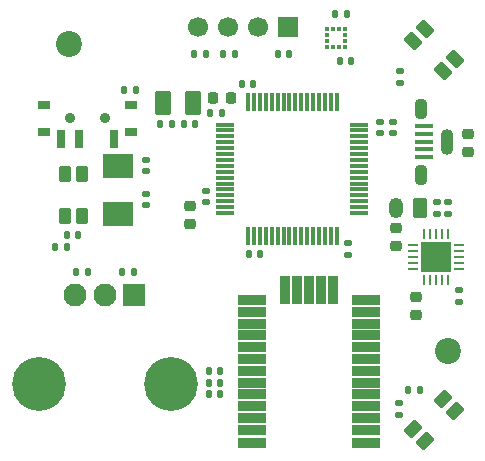
<source format=gbr>
%TF.GenerationSoftware,KiCad,Pcbnew,9.0.2*%
%TF.CreationDate,2025-07-15T12:28:35-04:00*%
%TF.ProjectId,GPSWatch,47505357-6174-4636-982e-6b696361645f,rev?*%
%TF.SameCoordinates,Original*%
%TF.FileFunction,Soldermask,Top*%
%TF.FilePolarity,Negative*%
%FSLAX46Y46*%
G04 Gerber Fmt 4.6, Leading zero omitted, Abs format (unit mm)*
G04 Created by KiCad (PCBNEW 9.0.2) date 2025-07-15 12:28:35*
%MOMM*%
%LPD*%
G01*
G04 APERTURE LIST*
G04 Aperture macros list*
%AMRoundRect*
0 Rectangle with rounded corners*
0 $1 Rounding radius*
0 $2 $3 $4 $5 $6 $7 $8 $9 X,Y pos of 4 corners*
0 Add a 4 corners polygon primitive as box body*
4,1,4,$2,$3,$4,$5,$6,$7,$8,$9,$2,$3,0*
0 Add four circle primitives for the rounded corners*
1,1,$1+$1,$2,$3*
1,1,$1+$1,$4,$5*
1,1,$1+$1,$6,$7*
1,1,$1+$1,$8,$9*
0 Add four rect primitives between the rounded corners*
20,1,$1+$1,$2,$3,$4,$5,0*
20,1,$1+$1,$4,$5,$6,$7,0*
20,1,$1+$1,$6,$7,$8,$9,0*
20,1,$1+$1,$8,$9,$2,$3,0*%
G04 Aperture macros list end*
%ADD10RoundRect,0.075000X-0.700000X-0.075000X0.700000X-0.075000X0.700000X0.075000X-0.700000X0.075000X0*%
%ADD11RoundRect,0.075000X-0.075000X-0.700000X0.075000X-0.700000X0.075000X0.700000X-0.075000X0.700000X0*%
%ADD12RoundRect,0.140000X0.140000X0.170000X-0.140000X0.170000X-0.140000X-0.170000X0.140000X-0.170000X0*%
%ADD13R,0.700000X1.500000*%
%ADD14R,1.000000X0.800000*%
%ADD15C,0.900000*%
%ADD16C,2.200000*%
%ADD17RoundRect,0.135000X-0.185000X0.135000X-0.185000X-0.135000X0.185000X-0.135000X0.185000X0.135000X0*%
%ADD18RoundRect,0.225000X0.250000X-0.225000X0.250000X0.225000X-0.250000X0.225000X-0.250000X-0.225000X0*%
%ADD19R,2.500000X2.500000*%
%ADD20RoundRect,0.062500X0.350000X-0.062500X0.350000X0.062500X-0.350000X0.062500X-0.350000X-0.062500X0*%
%ADD21RoundRect,0.062500X0.062500X-0.350000X0.062500X0.350000X-0.062500X0.350000X-0.062500X-0.350000X0*%
%ADD22RoundRect,0.225000X-0.250000X0.225000X-0.250000X-0.225000X0.250000X-0.225000X0.250000X0.225000X0*%
%ADD23RoundRect,0.250000X0.350000X0.625000X-0.350000X0.625000X-0.350000X-0.625000X0.350000X-0.625000X0*%
%ADD24O,1.200000X1.750000*%
%ADD25O,1.100000X1.800000*%
%ADD26O,1.100000X2.200000*%
%ADD27R,1.500000X0.450000*%
%ADD28RoundRect,0.250000X-0.275000X0.450000X-0.275000X-0.450000X0.275000X-0.450000X0.275000X0.450000X0*%
%ADD29RoundRect,0.140000X-0.140000X-0.170000X0.140000X-0.170000X0.140000X0.170000X-0.140000X0.170000X0*%
%ADD30RoundRect,0.135000X0.135000X0.185000X-0.135000X0.185000X-0.135000X-0.185000X0.135000X-0.185000X0*%
%ADD31R,0.300000X0.350000*%
%ADD32R,0.350000X0.300000*%
%ADD33RoundRect,0.135000X0.185000X-0.135000X0.185000X0.135000X-0.185000X0.135000X-0.185000X-0.135000X0*%
%ADD34RoundRect,0.140000X-0.170000X0.140000X-0.170000X-0.140000X0.170000X-0.140000X0.170000X0.140000X0*%
%ADD35RoundRect,0.102000X0.550000X0.950000X-0.550000X0.950000X-0.550000X-0.950000X0.550000X-0.950000X0*%
%ADD36RoundRect,0.135000X-0.135000X-0.185000X0.135000X-0.185000X0.135000X0.185000X-0.135000X0.185000X0*%
%ADD37R,1.700000X1.700000*%
%ADD38C,1.700000*%
%ADD39RoundRect,0.140000X0.170000X-0.140000X0.170000X0.140000X-0.170000X0.140000X-0.170000X-0.140000X0*%
%ADD40RoundRect,0.102000X-1.200000X0.950000X-1.200000X-0.950000X1.200000X-0.950000X1.200000X0.950000X0*%
%ADD41RoundRect,0.250000X0.512652X-0.123744X-0.123744X0.512652X-0.512652X0.123744X0.123744X-0.512652X0*%
%ADD42RoundRect,0.218750X-0.256250X0.218750X-0.256250X-0.218750X0.256250X-0.218750X0.256250X0.218750X0*%
%ADD43RoundRect,0.225000X-0.225000X-0.250000X0.225000X-0.250000X0.225000X0.250000X-0.225000X0.250000X0*%
%ADD44RoundRect,0.250000X-0.123744X-0.512652X0.512652X0.123744X0.123744X0.512652X-0.512652X-0.123744X0*%
%ADD45R,1.950000X1.950000*%
%ADD46C,1.950000*%
%ADD47C,4.562000*%
%ADD48RoundRect,0.102000X-1.075000X-0.350000X1.075000X-0.350000X1.075000X0.350000X-1.075000X0.350000X0*%
%ADD49RoundRect,0.102000X-0.350000X-1.075000X0.350000X-1.075000X0.350000X1.075000X-0.350000X1.075000X0*%
G04 APERTURE END LIST*
D10*
%TO.C,U2*%
X125425000Y-113950000D03*
X125425000Y-114450000D03*
X125425000Y-114950000D03*
X125425000Y-115450000D03*
X125425000Y-115950000D03*
X125425000Y-116450000D03*
X125425000Y-116950000D03*
X125425000Y-117450000D03*
X125425000Y-117950000D03*
X125425000Y-118450000D03*
X125425000Y-118950000D03*
X125425000Y-119450000D03*
X125425000Y-119950000D03*
X125425000Y-120450000D03*
X125425000Y-120950000D03*
X125425000Y-121450000D03*
D11*
X127350000Y-123375000D03*
X127850000Y-123375000D03*
X128350000Y-123375000D03*
X128850000Y-123375000D03*
X129350000Y-123375000D03*
X129850000Y-123375000D03*
X130350000Y-123375000D03*
X130850000Y-123375000D03*
X131350000Y-123375000D03*
X131850000Y-123375000D03*
X132350000Y-123375000D03*
X132850000Y-123375000D03*
X133350000Y-123375000D03*
X133850000Y-123375000D03*
X134350000Y-123375000D03*
X134850000Y-123375000D03*
D10*
X136775000Y-121450000D03*
X136775000Y-120950000D03*
X136775000Y-120450000D03*
X136775000Y-119950000D03*
X136775000Y-119450000D03*
X136775000Y-118950000D03*
X136775000Y-118450000D03*
X136775000Y-117950000D03*
X136775000Y-117450000D03*
X136775000Y-116950000D03*
X136775000Y-116450000D03*
X136775000Y-115950000D03*
X136775000Y-115450000D03*
X136775000Y-114950000D03*
X136775000Y-114450000D03*
X136775000Y-113950000D03*
D11*
X134850000Y-112025000D03*
X134350000Y-112025000D03*
X133850000Y-112025000D03*
X133350000Y-112025000D03*
X132850000Y-112025000D03*
X132350000Y-112025000D03*
X131850000Y-112025000D03*
X131350000Y-112025000D03*
X130850000Y-112025000D03*
X130350000Y-112025000D03*
X129850000Y-112025000D03*
X129350000Y-112025000D03*
X128850000Y-112025000D03*
X128350000Y-112025000D03*
X127850000Y-112025000D03*
X127350000Y-112025000D03*
%TD*%
D12*
%TO.C,C15*%
X124145000Y-113000000D03*
X125105000Y-113000000D03*
%TD*%
D13*
%TO.C,SW1*%
X111500000Y-115200000D03*
X113000000Y-115200000D03*
X116000000Y-115200000D03*
D14*
X110100000Y-112340000D03*
X110100000Y-114550000D03*
D15*
X112250000Y-113440000D03*
X115250000Y-113440000D03*
D14*
X117400000Y-112340000D03*
X117400000Y-114550000D03*
%TD*%
D16*
%TO.C,H3*%
X112200000Y-107150000D03*
%TD*%
D17*
%TO.C,R11*%
X140200000Y-110410000D03*
X140200000Y-109390000D03*
%TD*%
D18*
%TO.C,C1*%
X145965500Y-114725000D03*
X145965500Y-116275000D03*
%TD*%
D19*
%TO.C,U4*%
X143275000Y-125175000D03*
D20*
X141337500Y-126175000D03*
X141337500Y-125675000D03*
X141337500Y-125175000D03*
X141337500Y-124675000D03*
X141337500Y-124175000D03*
D21*
X142275000Y-123237500D03*
X142775000Y-123237500D03*
X143275000Y-123237500D03*
X143775000Y-123237500D03*
X144275000Y-123237500D03*
D20*
X145212500Y-124175000D03*
X145212500Y-124675000D03*
X145212500Y-125175000D03*
X145212500Y-125675000D03*
X145212500Y-126175000D03*
D21*
X144275000Y-127112500D03*
X143775000Y-127112500D03*
X143275000Y-127112500D03*
X142775000Y-127112500D03*
X142275000Y-127112500D03*
%TD*%
D22*
%TO.C,C2*%
X141600000Y-128525000D03*
X141600000Y-130075000D03*
%TD*%
D17*
%TO.C,TH1*%
X145200000Y-127990000D03*
X145200000Y-129010000D03*
%TD*%
D23*
%TO.C,J1*%
X141900000Y-121000000D03*
D24*
X139900000Y-121000000D03*
%TD*%
D25*
%TO.C,J2*%
X142015500Y-112600000D03*
D26*
X144165500Y-115400000D03*
D25*
X142015500Y-118200000D03*
D27*
X142265500Y-114100000D03*
X142265500Y-114750000D03*
X142265500Y-115400000D03*
X142265500Y-116050000D03*
X142265500Y-116700000D03*
%TD*%
D28*
%TO.C,SW5*%
X113320000Y-118100000D03*
X113320000Y-121700000D03*
X111880000Y-118100000D03*
X111880000Y-121700000D03*
%TD*%
D17*
%TO.C,R1*%
X143300000Y-120490000D03*
X143300000Y-121510000D03*
%TD*%
D29*
%TO.C,C18*%
X135120000Y-108600000D03*
X136080000Y-108600000D03*
%TD*%
D30*
%TO.C,R8*%
X113810000Y-126400000D03*
X112790000Y-126400000D03*
%TD*%
D29*
%TO.C,C17*%
X129880000Y-107980000D03*
X130840000Y-107980000D03*
%TD*%
D12*
%TO.C,C20*%
X112980000Y-123300000D03*
X112020000Y-123300000D03*
%TD*%
D31*
%TO.C,IC2*%
X134050000Y-107375000D03*
X134550000Y-107375000D03*
X135050000Y-107375000D03*
X135550000Y-107375000D03*
D32*
X135575000Y-106850000D03*
X135575000Y-106350000D03*
D31*
X135550000Y-105825000D03*
X135050000Y-105825000D03*
X134550000Y-105825000D03*
X134050000Y-105825000D03*
D32*
X134025000Y-106350000D03*
X134025000Y-106850000D03*
%TD*%
D33*
%TO.C,R12*%
X140150000Y-138510000D03*
X140150000Y-137490000D03*
%TD*%
D29*
%TO.C,C19*%
X134720000Y-104600000D03*
X135680000Y-104600000D03*
%TD*%
D22*
%TO.C,C3*%
X139900000Y-122725000D03*
X139900000Y-124275000D03*
%TD*%
D34*
%TO.C,C9*%
X139600000Y-113720000D03*
X139600000Y-114680000D03*
%TD*%
D35*
%TO.C,Y2*%
X122650000Y-112100000D03*
X120150000Y-112100000D03*
%TD*%
D36*
%TO.C,R3*%
X116840000Y-111040000D03*
X117860000Y-111040000D03*
%TD*%
D37*
%TO.C,J5*%
X130760000Y-105700000D03*
D38*
X128220000Y-105700000D03*
X125680000Y-105700000D03*
X123140000Y-105700000D03*
%TD*%
D34*
%TO.C,C10*%
X138500000Y-113720000D03*
X138500000Y-114680000D03*
%TD*%
D39*
%TO.C,C13*%
X118700000Y-117880000D03*
X118700000Y-116920000D03*
%TD*%
D29*
%TO.C,C11*%
X121920000Y-113900000D03*
X122880000Y-113900000D03*
%TD*%
D36*
%TO.C,R10*%
X140890000Y-136450000D03*
X141910000Y-136450000D03*
%TD*%
%TO.C,R6*%
X110990000Y-124300000D03*
X112010000Y-124300000D03*
%TD*%
D40*
%TO.C,Y3*%
X116300000Y-117450000D03*
X116300000Y-121550000D03*
%TD*%
D41*
%TO.C,SW3*%
X143877350Y-109413818D03*
X141331766Y-106868234D03*
X144895584Y-108395584D03*
X142350000Y-105850000D03*
%TD*%
D12*
%TO.C,C12*%
X120880000Y-113900000D03*
X119920000Y-113900000D03*
%TD*%
D36*
%TO.C,R5*%
X125190000Y-108000000D03*
X126210000Y-108000000D03*
%TD*%
D12*
%TO.C,C23*%
X124980000Y-134800000D03*
X124020000Y-134800000D03*
%TD*%
D16*
%TO.C,H4*%
X144300000Y-133100000D03*
%TD*%
D30*
%TO.C,R4*%
X123810000Y-108000000D03*
X122790000Y-108000000D03*
%TD*%
D34*
%TO.C,C14*%
X118700000Y-119820000D03*
X118700000Y-120780000D03*
%TD*%
D12*
%TO.C,C21*%
X124980000Y-136800000D03*
X124020000Y-136800000D03*
%TD*%
D34*
%TO.C,C6*%
X135800000Y-124020000D03*
X135800000Y-124980000D03*
%TD*%
D12*
%TO.C,C7*%
X128380000Y-124900000D03*
X127420000Y-124900000D03*
%TD*%
D42*
%TO.C,FB1*%
X122425000Y-120812500D03*
X122425000Y-122387500D03*
%TD*%
D43*
%TO.C,C4*%
X124350000Y-111700000D03*
X125900000Y-111700000D03*
%TD*%
D39*
%TO.C,C8*%
X123800000Y-120500000D03*
X123800000Y-119540000D03*
%TD*%
D17*
%TO.C,R2*%
X144300000Y-120490000D03*
X144300000Y-121510000D03*
%TD*%
D36*
%TO.C,R9*%
X116690000Y-126400000D03*
X117710000Y-126400000D03*
%TD*%
D29*
%TO.C,C5*%
X126820000Y-110500000D03*
X127780000Y-110500000D03*
%TD*%
D44*
%TO.C,SW4*%
X141336182Y-139727350D03*
X143881766Y-137181766D03*
X142354416Y-140745584D03*
X144900000Y-138200000D03*
%TD*%
D12*
%TO.C,C22*%
X124980000Y-135800000D03*
X124020000Y-135800000D03*
%TD*%
D45*
%TO.C,U3*%
X117700000Y-128400000D03*
D46*
X112700000Y-128400000D03*
X115200000Y-128400000D03*
D47*
X120800000Y-135900000D03*
X109600000Y-135900000D03*
%TD*%
D48*
%TO.C,U1*%
X127700000Y-128800000D03*
X127700000Y-129800000D03*
X127700000Y-130800000D03*
X127700000Y-131800000D03*
X127700000Y-132800000D03*
X127700000Y-133800000D03*
X127700000Y-134800000D03*
X127700000Y-135800000D03*
X127700000Y-136800000D03*
X127700000Y-137800000D03*
X127700000Y-138800000D03*
X127700000Y-139800000D03*
X127700000Y-140950000D03*
X137300000Y-140950000D03*
X137300000Y-139800000D03*
X137300000Y-138800000D03*
X137300000Y-137800000D03*
X137300000Y-136800000D03*
X137300000Y-135800000D03*
X137300000Y-134800000D03*
X137300000Y-133800000D03*
X137300000Y-132800000D03*
X137300000Y-131800000D03*
X137300000Y-130800000D03*
X137300000Y-129800000D03*
X137300000Y-128800000D03*
D49*
X134500000Y-128000000D03*
X133500000Y-128000000D03*
X132500000Y-128000000D03*
X131500000Y-128000000D03*
X130500000Y-128000000D03*
%TD*%
M02*

</source>
